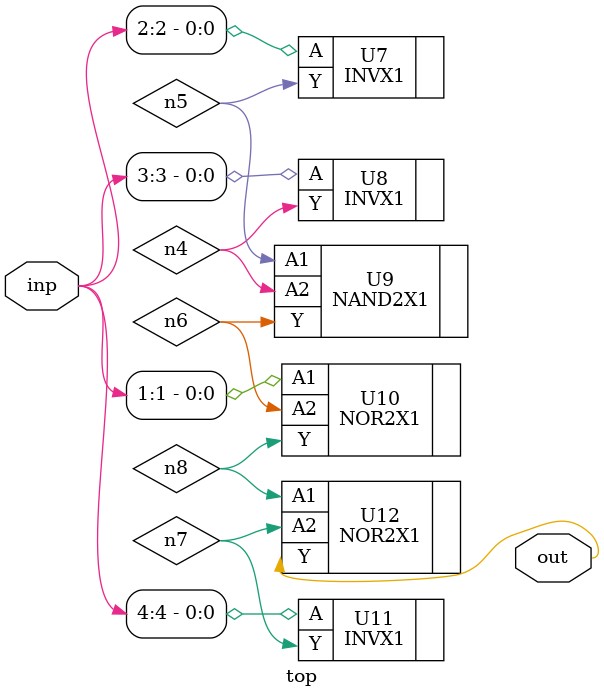
<source format=sv>


module top ( inp, out );
  input [4:0] inp;
  output out;
  wire   n4, n5, n6, n7, n8;

  INVX1 U7 ( .A(inp[2]), .Y(n5) );
  INVX1 U8 ( .A(inp[3]), .Y(n4) );
  NAND2X1 U9 ( .A1(n5), .A2(n4), .Y(n6) );
  NOR2X1 U10 ( .A1(inp[1]), .A2(n6), .Y(n8) );
  INVX1 U11 ( .A(inp[4]), .Y(n7) );
  NOR2X1 U12 ( .A1(n8), .A2(n7), .Y(out) );
endmodule


</source>
